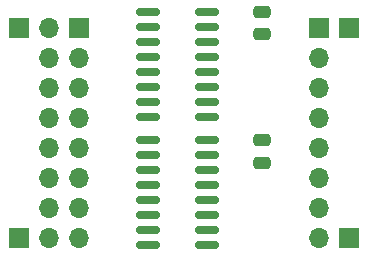
<source format=gbr>
%TF.GenerationSoftware,KiCad,Pcbnew,(6.0.6)*%
%TF.CreationDate,2022-09-21T08:03:07-07:00*%
%TF.ProjectId,takshaka-mux-board-rounded,74616b73-6861-46b6-912d-6d75782d626f,rev?*%
%TF.SameCoordinates,Original*%
%TF.FileFunction,Soldermask,Top*%
%TF.FilePolarity,Negative*%
%FSLAX46Y46*%
G04 Gerber Fmt 4.6, Leading zero omitted, Abs format (unit mm)*
G04 Created by KiCad (PCBNEW (6.0.6)) date 2022-09-21 08:03:07*
%MOMM*%
%LPD*%
G01*
G04 APERTURE LIST*
G04 Aperture macros list*
%AMRoundRect*
0 Rectangle with rounded corners*
0 $1 Rounding radius*
0 $2 $3 $4 $5 $6 $7 $8 $9 X,Y pos of 4 corners*
0 Add a 4 corners polygon primitive as box body*
4,1,4,$2,$3,$4,$5,$6,$7,$8,$9,$2,$3,0*
0 Add four circle primitives for the rounded corners*
1,1,$1+$1,$2,$3*
1,1,$1+$1,$4,$5*
1,1,$1+$1,$6,$7*
1,1,$1+$1,$8,$9*
0 Add four rect primitives between the rounded corners*
20,1,$1+$1,$2,$3,$4,$5,0*
20,1,$1+$1,$4,$5,$6,$7,0*
20,1,$1+$1,$6,$7,$8,$9,0*
20,1,$1+$1,$8,$9,$2,$3,0*%
G04 Aperture macros list end*
%ADD10RoundRect,0.150000X0.825000X0.150000X-0.825000X0.150000X-0.825000X-0.150000X0.825000X-0.150000X0*%
%ADD11R,1.700000X1.700000*%
%ADD12O,1.700000X1.700000*%
%ADD13RoundRect,0.250000X-0.475000X0.250000X-0.475000X-0.250000X0.475000X-0.250000X0.475000X0.250000X0*%
%ADD14RoundRect,0.150000X-0.825000X-0.150000X0.825000X-0.150000X0.825000X0.150000X-0.825000X0.150000X0*%
G04 APERTURE END LIST*
D10*
%TO.C,U2*%
X241275000Y-141955000D03*
X241275000Y-140685000D03*
X241275000Y-139415000D03*
X241275000Y-138145000D03*
X241275000Y-136875000D03*
X241275000Y-135605000D03*
X241275000Y-134335000D03*
X241275000Y-133065000D03*
X236325000Y-133065000D03*
X236325000Y-134335000D03*
X236325000Y-135605000D03*
X236325000Y-136875000D03*
X236325000Y-138145000D03*
X236325000Y-139415000D03*
X236325000Y-140685000D03*
X236325000Y-141955000D03*
%TD*%
D11*
%TO.C,J4*%
X250750000Y-134470000D03*
D12*
X250750000Y-137010000D03*
X250750000Y-139550000D03*
X250750000Y-142090000D03*
X250750000Y-144630000D03*
X250750000Y-147170000D03*
X250750000Y-149710000D03*
X250750000Y-152250000D03*
%TD*%
D13*
%TO.C,C2*%
X245960000Y-143940000D03*
X245960000Y-145840000D03*
%TD*%
%TO.C,C1*%
X245960000Y-133070000D03*
X245960000Y-134970000D03*
%TD*%
D11*
%TO.C,J3*%
X230430000Y-134470000D03*
D12*
X227890000Y-134470000D03*
X230430000Y-137010000D03*
X227890000Y-137010000D03*
X230430000Y-139550000D03*
X227890000Y-139550000D03*
X230430000Y-142090000D03*
X227890000Y-142090000D03*
X230430000Y-144630000D03*
X227890000Y-144630000D03*
X230430000Y-147170000D03*
X227890000Y-147170000D03*
X230430000Y-149710000D03*
X227890000Y-149710000D03*
X230430000Y-152250000D03*
X227890000Y-152250000D03*
%TD*%
D14*
%TO.C,U1*%
X236325000Y-143965000D03*
X236325000Y-145235000D03*
X236325000Y-146505000D03*
X236325000Y-147775000D03*
X236325000Y-149045000D03*
X236325000Y-150315000D03*
X236325000Y-151585000D03*
X236325000Y-152855000D03*
X241275000Y-152855000D03*
X241275000Y-151585000D03*
X241275000Y-150315000D03*
X241275000Y-149045000D03*
X241275000Y-147775000D03*
X241275000Y-146505000D03*
X241275000Y-145235000D03*
X241275000Y-143965000D03*
%TD*%
D11*
%TO.C,J5*%
X253290000Y-152250000D03*
%TD*%
%TO.C,J6*%
X225350000Y-134475000D03*
%TD*%
%TO.C,J1*%
X253290000Y-134470000D03*
%TD*%
%TO.C,J2*%
X225350000Y-152250000D03*
%TD*%
M02*

</source>
